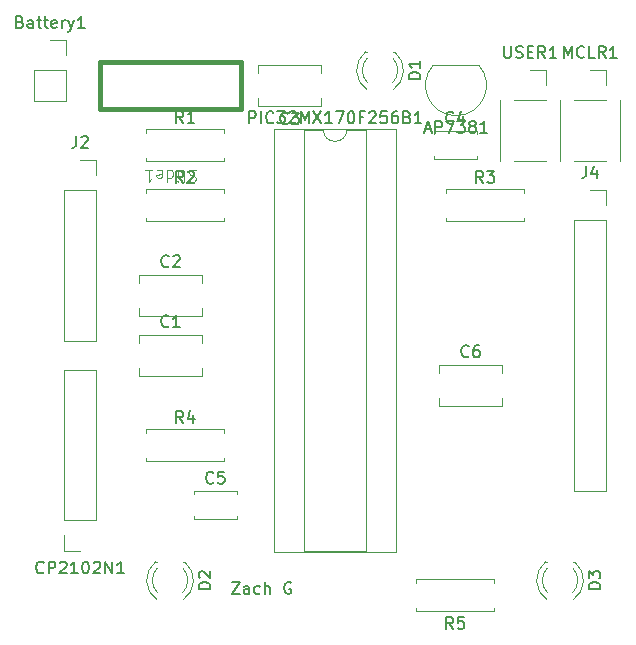
<source format=gbr>
%TF.GenerationSoftware,KiCad,Pcbnew,7.0.1*%
%TF.CreationDate,2023-04-18T12:26:55-05:00*%
%TF.ProjectId,HW4_PCB,4857345f-5043-4422-9e6b-696361645f70,rev?*%
%TF.SameCoordinates,Original*%
%TF.FileFunction,Legend,Top*%
%TF.FilePolarity,Positive*%
%FSLAX46Y46*%
G04 Gerber Fmt 4.6, Leading zero omitted, Abs format (unit mm)*
G04 Created by KiCad (PCBNEW 7.0.1) date 2023-04-18 12:26:55*
%MOMM*%
%LPD*%
G01*
G04 APERTURE LIST*
%ADD10C,0.150000*%
%ADD11C,0.100000*%
%ADD12C,0.120000*%
%ADD13C,0.400000*%
G04 APERTURE END LIST*
D10*
X116982857Y-146197619D02*
X117649523Y-146197619D01*
X117649523Y-146197619D02*
X116982857Y-147197619D01*
X116982857Y-147197619D02*
X117649523Y-147197619D01*
X118459047Y-147197619D02*
X118459047Y-146673809D01*
X118459047Y-146673809D02*
X118411428Y-146578571D01*
X118411428Y-146578571D02*
X118316190Y-146530952D01*
X118316190Y-146530952D02*
X118125714Y-146530952D01*
X118125714Y-146530952D02*
X118030476Y-146578571D01*
X118459047Y-147150000D02*
X118363809Y-147197619D01*
X118363809Y-147197619D02*
X118125714Y-147197619D01*
X118125714Y-147197619D02*
X118030476Y-147150000D01*
X118030476Y-147150000D02*
X117982857Y-147054761D01*
X117982857Y-147054761D02*
X117982857Y-146959523D01*
X117982857Y-146959523D02*
X118030476Y-146864285D01*
X118030476Y-146864285D02*
X118125714Y-146816666D01*
X118125714Y-146816666D02*
X118363809Y-146816666D01*
X118363809Y-146816666D02*
X118459047Y-146769047D01*
X119363809Y-147150000D02*
X119268571Y-147197619D01*
X119268571Y-147197619D02*
X119078095Y-147197619D01*
X119078095Y-147197619D02*
X118982857Y-147150000D01*
X118982857Y-147150000D02*
X118935238Y-147102380D01*
X118935238Y-147102380D02*
X118887619Y-147007142D01*
X118887619Y-147007142D02*
X118887619Y-146721428D01*
X118887619Y-146721428D02*
X118935238Y-146626190D01*
X118935238Y-146626190D02*
X118982857Y-146578571D01*
X118982857Y-146578571D02*
X119078095Y-146530952D01*
X119078095Y-146530952D02*
X119268571Y-146530952D01*
X119268571Y-146530952D02*
X119363809Y-146578571D01*
X119792381Y-147197619D02*
X119792381Y-146197619D01*
X120220952Y-147197619D02*
X120220952Y-146673809D01*
X120220952Y-146673809D02*
X120173333Y-146578571D01*
X120173333Y-146578571D02*
X120078095Y-146530952D01*
X120078095Y-146530952D02*
X119935238Y-146530952D01*
X119935238Y-146530952D02*
X119840000Y-146578571D01*
X119840000Y-146578571D02*
X119792381Y-146626190D01*
X121982857Y-146245238D02*
X121887619Y-146197619D01*
X121887619Y-146197619D02*
X121744762Y-146197619D01*
X121744762Y-146197619D02*
X121601905Y-146245238D01*
X121601905Y-146245238D02*
X121506667Y-146340476D01*
X121506667Y-146340476D02*
X121459048Y-146435714D01*
X121459048Y-146435714D02*
X121411429Y-146626190D01*
X121411429Y-146626190D02*
X121411429Y-146769047D01*
X121411429Y-146769047D02*
X121459048Y-146959523D01*
X121459048Y-146959523D02*
X121506667Y-147054761D01*
X121506667Y-147054761D02*
X121601905Y-147150000D01*
X121601905Y-147150000D02*
X121744762Y-147197619D01*
X121744762Y-147197619D02*
X121840000Y-147197619D01*
X121840000Y-147197619D02*
X121982857Y-147150000D01*
X121982857Y-147150000D02*
X122030476Y-147102380D01*
X122030476Y-147102380D02*
X122030476Y-146769047D01*
X122030476Y-146769047D02*
X121840000Y-146769047D01*
%TO.C,R4*%
X112863333Y-132712619D02*
X112530000Y-132236428D01*
X112291905Y-132712619D02*
X112291905Y-131712619D01*
X112291905Y-131712619D02*
X112672857Y-131712619D01*
X112672857Y-131712619D02*
X112768095Y-131760238D01*
X112768095Y-131760238D02*
X112815714Y-131807857D01*
X112815714Y-131807857D02*
X112863333Y-131903095D01*
X112863333Y-131903095D02*
X112863333Y-132045952D01*
X112863333Y-132045952D02*
X112815714Y-132141190D01*
X112815714Y-132141190D02*
X112768095Y-132188809D01*
X112768095Y-132188809D02*
X112672857Y-132236428D01*
X112672857Y-132236428D02*
X112291905Y-132236428D01*
X113720476Y-132045952D02*
X113720476Y-132712619D01*
X113482381Y-131665000D02*
X113244286Y-132379285D01*
X113244286Y-132379285D02*
X113863333Y-132379285D01*
%TO.C,R5*%
X135723333Y-150152619D02*
X135390000Y-149676428D01*
X135151905Y-150152619D02*
X135151905Y-149152619D01*
X135151905Y-149152619D02*
X135532857Y-149152619D01*
X135532857Y-149152619D02*
X135628095Y-149200238D01*
X135628095Y-149200238D02*
X135675714Y-149247857D01*
X135675714Y-149247857D02*
X135723333Y-149343095D01*
X135723333Y-149343095D02*
X135723333Y-149485952D01*
X135723333Y-149485952D02*
X135675714Y-149581190D01*
X135675714Y-149581190D02*
X135628095Y-149628809D01*
X135628095Y-149628809D02*
X135532857Y-149676428D01*
X135532857Y-149676428D02*
X135151905Y-149676428D01*
X136628095Y-149152619D02*
X136151905Y-149152619D01*
X136151905Y-149152619D02*
X136104286Y-149628809D01*
X136104286Y-149628809D02*
X136151905Y-149581190D01*
X136151905Y-149581190D02*
X136247143Y-149533571D01*
X136247143Y-149533571D02*
X136485238Y-149533571D01*
X136485238Y-149533571D02*
X136580476Y-149581190D01*
X136580476Y-149581190D02*
X136628095Y-149628809D01*
X136628095Y-149628809D02*
X136675714Y-149724047D01*
X136675714Y-149724047D02*
X136675714Y-149962142D01*
X136675714Y-149962142D02*
X136628095Y-150057380D01*
X136628095Y-150057380D02*
X136580476Y-150105000D01*
X136580476Y-150105000D02*
X136485238Y-150152619D01*
X136485238Y-150152619D02*
X136247143Y-150152619D01*
X136247143Y-150152619D02*
X136151905Y-150105000D01*
X136151905Y-150105000D02*
X136104286Y-150057380D01*
%TO.C,C2*%
X111633333Y-119437380D02*
X111585714Y-119485000D01*
X111585714Y-119485000D02*
X111442857Y-119532619D01*
X111442857Y-119532619D02*
X111347619Y-119532619D01*
X111347619Y-119532619D02*
X111204762Y-119485000D01*
X111204762Y-119485000D02*
X111109524Y-119389761D01*
X111109524Y-119389761D02*
X111061905Y-119294523D01*
X111061905Y-119294523D02*
X111014286Y-119104047D01*
X111014286Y-119104047D02*
X111014286Y-118961190D01*
X111014286Y-118961190D02*
X111061905Y-118770714D01*
X111061905Y-118770714D02*
X111109524Y-118675476D01*
X111109524Y-118675476D02*
X111204762Y-118580238D01*
X111204762Y-118580238D02*
X111347619Y-118532619D01*
X111347619Y-118532619D02*
X111442857Y-118532619D01*
X111442857Y-118532619D02*
X111585714Y-118580238D01*
X111585714Y-118580238D02*
X111633333Y-118627857D01*
X112014286Y-118627857D02*
X112061905Y-118580238D01*
X112061905Y-118580238D02*
X112157143Y-118532619D01*
X112157143Y-118532619D02*
X112395238Y-118532619D01*
X112395238Y-118532619D02*
X112490476Y-118580238D01*
X112490476Y-118580238D02*
X112538095Y-118627857D01*
X112538095Y-118627857D02*
X112585714Y-118723095D01*
X112585714Y-118723095D02*
X112585714Y-118818333D01*
X112585714Y-118818333D02*
X112538095Y-118961190D01*
X112538095Y-118961190D02*
X111966667Y-119532619D01*
X111966667Y-119532619D02*
X112585714Y-119532619D01*
%TO.C,J4*%
X146986666Y-110992619D02*
X146986666Y-111706904D01*
X146986666Y-111706904D02*
X146939047Y-111849761D01*
X146939047Y-111849761D02*
X146843809Y-111945000D01*
X146843809Y-111945000D02*
X146700952Y-111992619D01*
X146700952Y-111992619D02*
X146605714Y-111992619D01*
X147891428Y-111325952D02*
X147891428Y-111992619D01*
X147653333Y-110945000D02*
X147415238Y-111659285D01*
X147415238Y-111659285D02*
X148034285Y-111659285D01*
%TO.C,MCLR1*%
X145105714Y-101832619D02*
X145105714Y-100832619D01*
X145105714Y-100832619D02*
X145439047Y-101546904D01*
X145439047Y-101546904D02*
X145772380Y-100832619D01*
X145772380Y-100832619D02*
X145772380Y-101832619D01*
X146819999Y-101737380D02*
X146772380Y-101785000D01*
X146772380Y-101785000D02*
X146629523Y-101832619D01*
X146629523Y-101832619D02*
X146534285Y-101832619D01*
X146534285Y-101832619D02*
X146391428Y-101785000D01*
X146391428Y-101785000D02*
X146296190Y-101689761D01*
X146296190Y-101689761D02*
X146248571Y-101594523D01*
X146248571Y-101594523D02*
X146200952Y-101404047D01*
X146200952Y-101404047D02*
X146200952Y-101261190D01*
X146200952Y-101261190D02*
X146248571Y-101070714D01*
X146248571Y-101070714D02*
X146296190Y-100975476D01*
X146296190Y-100975476D02*
X146391428Y-100880238D01*
X146391428Y-100880238D02*
X146534285Y-100832619D01*
X146534285Y-100832619D02*
X146629523Y-100832619D01*
X146629523Y-100832619D02*
X146772380Y-100880238D01*
X146772380Y-100880238D02*
X146819999Y-100927857D01*
X147724761Y-101832619D02*
X147248571Y-101832619D01*
X147248571Y-101832619D02*
X147248571Y-100832619D01*
X148629523Y-101832619D02*
X148296190Y-101356428D01*
X148058095Y-101832619D02*
X148058095Y-100832619D01*
X148058095Y-100832619D02*
X148439047Y-100832619D01*
X148439047Y-100832619D02*
X148534285Y-100880238D01*
X148534285Y-100880238D02*
X148581904Y-100927857D01*
X148581904Y-100927857D02*
X148629523Y-101023095D01*
X148629523Y-101023095D02*
X148629523Y-101165952D01*
X148629523Y-101165952D02*
X148581904Y-101261190D01*
X148581904Y-101261190D02*
X148534285Y-101308809D01*
X148534285Y-101308809D02*
X148439047Y-101356428D01*
X148439047Y-101356428D02*
X148058095Y-101356428D01*
X149581904Y-101832619D02*
X149010476Y-101832619D01*
X149296190Y-101832619D02*
X149296190Y-100832619D01*
X149296190Y-100832619D02*
X149200952Y-100975476D01*
X149200952Y-100975476D02*
X149105714Y-101070714D01*
X149105714Y-101070714D02*
X149010476Y-101118333D01*
%TO.C,R3*%
X138263333Y-112392619D02*
X137930000Y-111916428D01*
X137691905Y-112392619D02*
X137691905Y-111392619D01*
X137691905Y-111392619D02*
X138072857Y-111392619D01*
X138072857Y-111392619D02*
X138168095Y-111440238D01*
X138168095Y-111440238D02*
X138215714Y-111487857D01*
X138215714Y-111487857D02*
X138263333Y-111583095D01*
X138263333Y-111583095D02*
X138263333Y-111725952D01*
X138263333Y-111725952D02*
X138215714Y-111821190D01*
X138215714Y-111821190D02*
X138168095Y-111868809D01*
X138168095Y-111868809D02*
X138072857Y-111916428D01*
X138072857Y-111916428D02*
X137691905Y-111916428D01*
X138596667Y-111392619D02*
X139215714Y-111392619D01*
X139215714Y-111392619D02*
X138882381Y-111773571D01*
X138882381Y-111773571D02*
X139025238Y-111773571D01*
X139025238Y-111773571D02*
X139120476Y-111821190D01*
X139120476Y-111821190D02*
X139168095Y-111868809D01*
X139168095Y-111868809D02*
X139215714Y-111964047D01*
X139215714Y-111964047D02*
X139215714Y-112202142D01*
X139215714Y-112202142D02*
X139168095Y-112297380D01*
X139168095Y-112297380D02*
X139120476Y-112345000D01*
X139120476Y-112345000D02*
X139025238Y-112392619D01*
X139025238Y-112392619D02*
X138739524Y-112392619D01*
X138739524Y-112392619D02*
X138644286Y-112345000D01*
X138644286Y-112345000D02*
X138596667Y-112297380D01*
%TO.C,C4*%
X135743333Y-107287380D02*
X135695714Y-107335000D01*
X135695714Y-107335000D02*
X135552857Y-107382619D01*
X135552857Y-107382619D02*
X135457619Y-107382619D01*
X135457619Y-107382619D02*
X135314762Y-107335000D01*
X135314762Y-107335000D02*
X135219524Y-107239761D01*
X135219524Y-107239761D02*
X135171905Y-107144523D01*
X135171905Y-107144523D02*
X135124286Y-106954047D01*
X135124286Y-106954047D02*
X135124286Y-106811190D01*
X135124286Y-106811190D02*
X135171905Y-106620714D01*
X135171905Y-106620714D02*
X135219524Y-106525476D01*
X135219524Y-106525476D02*
X135314762Y-106430238D01*
X135314762Y-106430238D02*
X135457619Y-106382619D01*
X135457619Y-106382619D02*
X135552857Y-106382619D01*
X135552857Y-106382619D02*
X135695714Y-106430238D01*
X135695714Y-106430238D02*
X135743333Y-106477857D01*
X136600476Y-106715952D02*
X136600476Y-107382619D01*
X136362381Y-106335000D02*
X136124286Y-107049285D01*
X136124286Y-107049285D02*
X136743333Y-107049285D01*
%TO.C,D2*%
X115182619Y-146788094D02*
X114182619Y-146788094D01*
X114182619Y-146788094D02*
X114182619Y-146549999D01*
X114182619Y-146549999D02*
X114230238Y-146407142D01*
X114230238Y-146407142D02*
X114325476Y-146311904D01*
X114325476Y-146311904D02*
X114420714Y-146264285D01*
X114420714Y-146264285D02*
X114611190Y-146216666D01*
X114611190Y-146216666D02*
X114754047Y-146216666D01*
X114754047Y-146216666D02*
X114944523Y-146264285D01*
X114944523Y-146264285D02*
X115039761Y-146311904D01*
X115039761Y-146311904D02*
X115135000Y-146407142D01*
X115135000Y-146407142D02*
X115182619Y-146549999D01*
X115182619Y-146549999D02*
X115182619Y-146788094D01*
X114277857Y-145835713D02*
X114230238Y-145788094D01*
X114230238Y-145788094D02*
X114182619Y-145692856D01*
X114182619Y-145692856D02*
X114182619Y-145454761D01*
X114182619Y-145454761D02*
X114230238Y-145359523D01*
X114230238Y-145359523D02*
X114277857Y-145311904D01*
X114277857Y-145311904D02*
X114373095Y-145264285D01*
X114373095Y-145264285D02*
X114468333Y-145264285D01*
X114468333Y-145264285D02*
X114611190Y-145311904D01*
X114611190Y-145311904D02*
X115182619Y-145883332D01*
X115182619Y-145883332D02*
X115182619Y-145264285D01*
%TO.C,C6*%
X137033333Y-127057380D02*
X136985714Y-127105000D01*
X136985714Y-127105000D02*
X136842857Y-127152619D01*
X136842857Y-127152619D02*
X136747619Y-127152619D01*
X136747619Y-127152619D02*
X136604762Y-127105000D01*
X136604762Y-127105000D02*
X136509524Y-127009761D01*
X136509524Y-127009761D02*
X136461905Y-126914523D01*
X136461905Y-126914523D02*
X136414286Y-126724047D01*
X136414286Y-126724047D02*
X136414286Y-126581190D01*
X136414286Y-126581190D02*
X136461905Y-126390714D01*
X136461905Y-126390714D02*
X136509524Y-126295476D01*
X136509524Y-126295476D02*
X136604762Y-126200238D01*
X136604762Y-126200238D02*
X136747619Y-126152619D01*
X136747619Y-126152619D02*
X136842857Y-126152619D01*
X136842857Y-126152619D02*
X136985714Y-126200238D01*
X136985714Y-126200238D02*
X137033333Y-126247857D01*
X137890476Y-126152619D02*
X137700000Y-126152619D01*
X137700000Y-126152619D02*
X137604762Y-126200238D01*
X137604762Y-126200238D02*
X137557143Y-126247857D01*
X137557143Y-126247857D02*
X137461905Y-126390714D01*
X137461905Y-126390714D02*
X137414286Y-126581190D01*
X137414286Y-126581190D02*
X137414286Y-126962142D01*
X137414286Y-126962142D02*
X137461905Y-127057380D01*
X137461905Y-127057380D02*
X137509524Y-127105000D01*
X137509524Y-127105000D02*
X137604762Y-127152619D01*
X137604762Y-127152619D02*
X137795238Y-127152619D01*
X137795238Y-127152619D02*
X137890476Y-127105000D01*
X137890476Y-127105000D02*
X137938095Y-127057380D01*
X137938095Y-127057380D02*
X137985714Y-126962142D01*
X137985714Y-126962142D02*
X137985714Y-126724047D01*
X137985714Y-126724047D02*
X137938095Y-126628809D01*
X137938095Y-126628809D02*
X137890476Y-126581190D01*
X137890476Y-126581190D02*
X137795238Y-126533571D01*
X137795238Y-126533571D02*
X137604762Y-126533571D01*
X137604762Y-126533571D02*
X137509524Y-126581190D01*
X137509524Y-126581190D02*
X137461905Y-126628809D01*
X137461905Y-126628809D02*
X137414286Y-126724047D01*
%TO.C,PIC32MX170F256B1*%
X118468095Y-107352619D02*
X118468095Y-106352619D01*
X118468095Y-106352619D02*
X118849047Y-106352619D01*
X118849047Y-106352619D02*
X118944285Y-106400238D01*
X118944285Y-106400238D02*
X118991904Y-106447857D01*
X118991904Y-106447857D02*
X119039523Y-106543095D01*
X119039523Y-106543095D02*
X119039523Y-106685952D01*
X119039523Y-106685952D02*
X118991904Y-106781190D01*
X118991904Y-106781190D02*
X118944285Y-106828809D01*
X118944285Y-106828809D02*
X118849047Y-106876428D01*
X118849047Y-106876428D02*
X118468095Y-106876428D01*
X119468095Y-107352619D02*
X119468095Y-106352619D01*
X120515713Y-107257380D02*
X120468094Y-107305000D01*
X120468094Y-107305000D02*
X120325237Y-107352619D01*
X120325237Y-107352619D02*
X120229999Y-107352619D01*
X120229999Y-107352619D02*
X120087142Y-107305000D01*
X120087142Y-107305000D02*
X119991904Y-107209761D01*
X119991904Y-107209761D02*
X119944285Y-107114523D01*
X119944285Y-107114523D02*
X119896666Y-106924047D01*
X119896666Y-106924047D02*
X119896666Y-106781190D01*
X119896666Y-106781190D02*
X119944285Y-106590714D01*
X119944285Y-106590714D02*
X119991904Y-106495476D01*
X119991904Y-106495476D02*
X120087142Y-106400238D01*
X120087142Y-106400238D02*
X120229999Y-106352619D01*
X120229999Y-106352619D02*
X120325237Y-106352619D01*
X120325237Y-106352619D02*
X120468094Y-106400238D01*
X120468094Y-106400238D02*
X120515713Y-106447857D01*
X120849047Y-106352619D02*
X121468094Y-106352619D01*
X121468094Y-106352619D02*
X121134761Y-106733571D01*
X121134761Y-106733571D02*
X121277618Y-106733571D01*
X121277618Y-106733571D02*
X121372856Y-106781190D01*
X121372856Y-106781190D02*
X121420475Y-106828809D01*
X121420475Y-106828809D02*
X121468094Y-106924047D01*
X121468094Y-106924047D02*
X121468094Y-107162142D01*
X121468094Y-107162142D02*
X121420475Y-107257380D01*
X121420475Y-107257380D02*
X121372856Y-107305000D01*
X121372856Y-107305000D02*
X121277618Y-107352619D01*
X121277618Y-107352619D02*
X120991904Y-107352619D01*
X120991904Y-107352619D02*
X120896666Y-107305000D01*
X120896666Y-107305000D02*
X120849047Y-107257380D01*
X121849047Y-106447857D02*
X121896666Y-106400238D01*
X121896666Y-106400238D02*
X121991904Y-106352619D01*
X121991904Y-106352619D02*
X122229999Y-106352619D01*
X122229999Y-106352619D02*
X122325237Y-106400238D01*
X122325237Y-106400238D02*
X122372856Y-106447857D01*
X122372856Y-106447857D02*
X122420475Y-106543095D01*
X122420475Y-106543095D02*
X122420475Y-106638333D01*
X122420475Y-106638333D02*
X122372856Y-106781190D01*
X122372856Y-106781190D02*
X121801428Y-107352619D01*
X121801428Y-107352619D02*
X122420475Y-107352619D01*
X122849047Y-107352619D02*
X122849047Y-106352619D01*
X122849047Y-106352619D02*
X123182380Y-107066904D01*
X123182380Y-107066904D02*
X123515713Y-106352619D01*
X123515713Y-106352619D02*
X123515713Y-107352619D01*
X123896666Y-106352619D02*
X124563332Y-107352619D01*
X124563332Y-106352619D02*
X123896666Y-107352619D01*
X125468094Y-107352619D02*
X124896666Y-107352619D01*
X125182380Y-107352619D02*
X125182380Y-106352619D01*
X125182380Y-106352619D02*
X125087142Y-106495476D01*
X125087142Y-106495476D02*
X124991904Y-106590714D01*
X124991904Y-106590714D02*
X124896666Y-106638333D01*
X125801428Y-106352619D02*
X126468094Y-106352619D01*
X126468094Y-106352619D02*
X126039523Y-107352619D01*
X127039523Y-106352619D02*
X127134761Y-106352619D01*
X127134761Y-106352619D02*
X127229999Y-106400238D01*
X127229999Y-106400238D02*
X127277618Y-106447857D01*
X127277618Y-106447857D02*
X127325237Y-106543095D01*
X127325237Y-106543095D02*
X127372856Y-106733571D01*
X127372856Y-106733571D02*
X127372856Y-106971666D01*
X127372856Y-106971666D02*
X127325237Y-107162142D01*
X127325237Y-107162142D02*
X127277618Y-107257380D01*
X127277618Y-107257380D02*
X127229999Y-107305000D01*
X127229999Y-107305000D02*
X127134761Y-107352619D01*
X127134761Y-107352619D02*
X127039523Y-107352619D01*
X127039523Y-107352619D02*
X126944285Y-107305000D01*
X126944285Y-107305000D02*
X126896666Y-107257380D01*
X126896666Y-107257380D02*
X126849047Y-107162142D01*
X126849047Y-107162142D02*
X126801428Y-106971666D01*
X126801428Y-106971666D02*
X126801428Y-106733571D01*
X126801428Y-106733571D02*
X126849047Y-106543095D01*
X126849047Y-106543095D02*
X126896666Y-106447857D01*
X126896666Y-106447857D02*
X126944285Y-106400238D01*
X126944285Y-106400238D02*
X127039523Y-106352619D01*
X128134761Y-106828809D02*
X127801428Y-106828809D01*
X127801428Y-107352619D02*
X127801428Y-106352619D01*
X127801428Y-106352619D02*
X128277618Y-106352619D01*
X128610952Y-106447857D02*
X128658571Y-106400238D01*
X128658571Y-106400238D02*
X128753809Y-106352619D01*
X128753809Y-106352619D02*
X128991904Y-106352619D01*
X128991904Y-106352619D02*
X129087142Y-106400238D01*
X129087142Y-106400238D02*
X129134761Y-106447857D01*
X129134761Y-106447857D02*
X129182380Y-106543095D01*
X129182380Y-106543095D02*
X129182380Y-106638333D01*
X129182380Y-106638333D02*
X129134761Y-106781190D01*
X129134761Y-106781190D02*
X128563333Y-107352619D01*
X128563333Y-107352619D02*
X129182380Y-107352619D01*
X130087142Y-106352619D02*
X129610952Y-106352619D01*
X129610952Y-106352619D02*
X129563333Y-106828809D01*
X129563333Y-106828809D02*
X129610952Y-106781190D01*
X129610952Y-106781190D02*
X129706190Y-106733571D01*
X129706190Y-106733571D02*
X129944285Y-106733571D01*
X129944285Y-106733571D02*
X130039523Y-106781190D01*
X130039523Y-106781190D02*
X130087142Y-106828809D01*
X130087142Y-106828809D02*
X130134761Y-106924047D01*
X130134761Y-106924047D02*
X130134761Y-107162142D01*
X130134761Y-107162142D02*
X130087142Y-107257380D01*
X130087142Y-107257380D02*
X130039523Y-107305000D01*
X130039523Y-107305000D02*
X129944285Y-107352619D01*
X129944285Y-107352619D02*
X129706190Y-107352619D01*
X129706190Y-107352619D02*
X129610952Y-107305000D01*
X129610952Y-107305000D02*
X129563333Y-107257380D01*
X130991904Y-106352619D02*
X130801428Y-106352619D01*
X130801428Y-106352619D02*
X130706190Y-106400238D01*
X130706190Y-106400238D02*
X130658571Y-106447857D01*
X130658571Y-106447857D02*
X130563333Y-106590714D01*
X130563333Y-106590714D02*
X130515714Y-106781190D01*
X130515714Y-106781190D02*
X130515714Y-107162142D01*
X130515714Y-107162142D02*
X130563333Y-107257380D01*
X130563333Y-107257380D02*
X130610952Y-107305000D01*
X130610952Y-107305000D02*
X130706190Y-107352619D01*
X130706190Y-107352619D02*
X130896666Y-107352619D01*
X130896666Y-107352619D02*
X130991904Y-107305000D01*
X130991904Y-107305000D02*
X131039523Y-107257380D01*
X131039523Y-107257380D02*
X131087142Y-107162142D01*
X131087142Y-107162142D02*
X131087142Y-106924047D01*
X131087142Y-106924047D02*
X131039523Y-106828809D01*
X131039523Y-106828809D02*
X130991904Y-106781190D01*
X130991904Y-106781190D02*
X130896666Y-106733571D01*
X130896666Y-106733571D02*
X130706190Y-106733571D01*
X130706190Y-106733571D02*
X130610952Y-106781190D01*
X130610952Y-106781190D02*
X130563333Y-106828809D01*
X130563333Y-106828809D02*
X130515714Y-106924047D01*
X131849047Y-106828809D02*
X131991904Y-106876428D01*
X131991904Y-106876428D02*
X132039523Y-106924047D01*
X132039523Y-106924047D02*
X132087142Y-107019285D01*
X132087142Y-107019285D02*
X132087142Y-107162142D01*
X132087142Y-107162142D02*
X132039523Y-107257380D01*
X132039523Y-107257380D02*
X131991904Y-107305000D01*
X131991904Y-107305000D02*
X131896666Y-107352619D01*
X131896666Y-107352619D02*
X131515714Y-107352619D01*
X131515714Y-107352619D02*
X131515714Y-106352619D01*
X131515714Y-106352619D02*
X131849047Y-106352619D01*
X131849047Y-106352619D02*
X131944285Y-106400238D01*
X131944285Y-106400238D02*
X131991904Y-106447857D01*
X131991904Y-106447857D02*
X132039523Y-106543095D01*
X132039523Y-106543095D02*
X132039523Y-106638333D01*
X132039523Y-106638333D02*
X131991904Y-106733571D01*
X131991904Y-106733571D02*
X131944285Y-106781190D01*
X131944285Y-106781190D02*
X131849047Y-106828809D01*
X131849047Y-106828809D02*
X131515714Y-106828809D01*
X133039523Y-107352619D02*
X132468095Y-107352619D01*
X132753809Y-107352619D02*
X132753809Y-106352619D01*
X132753809Y-106352619D02*
X132658571Y-106495476D01*
X132658571Y-106495476D02*
X132563333Y-106590714D01*
X132563333Y-106590714D02*
X132468095Y-106638333D01*
%TO.C,R1*%
X112863333Y-107312619D02*
X112530000Y-106836428D01*
X112291905Y-107312619D02*
X112291905Y-106312619D01*
X112291905Y-106312619D02*
X112672857Y-106312619D01*
X112672857Y-106312619D02*
X112768095Y-106360238D01*
X112768095Y-106360238D02*
X112815714Y-106407857D01*
X112815714Y-106407857D02*
X112863333Y-106503095D01*
X112863333Y-106503095D02*
X112863333Y-106645952D01*
X112863333Y-106645952D02*
X112815714Y-106741190D01*
X112815714Y-106741190D02*
X112768095Y-106788809D01*
X112768095Y-106788809D02*
X112672857Y-106836428D01*
X112672857Y-106836428D02*
X112291905Y-106836428D01*
X113815714Y-107312619D02*
X113244286Y-107312619D01*
X113530000Y-107312619D02*
X113530000Y-106312619D01*
X113530000Y-106312619D02*
X113434762Y-106455476D01*
X113434762Y-106455476D02*
X113339524Y-106550714D01*
X113339524Y-106550714D02*
X113244286Y-106598333D01*
%TO.C,CP2102N1*%
X101044761Y-145377380D02*
X100997142Y-145425000D01*
X100997142Y-145425000D02*
X100854285Y-145472619D01*
X100854285Y-145472619D02*
X100759047Y-145472619D01*
X100759047Y-145472619D02*
X100616190Y-145425000D01*
X100616190Y-145425000D02*
X100520952Y-145329761D01*
X100520952Y-145329761D02*
X100473333Y-145234523D01*
X100473333Y-145234523D02*
X100425714Y-145044047D01*
X100425714Y-145044047D02*
X100425714Y-144901190D01*
X100425714Y-144901190D02*
X100473333Y-144710714D01*
X100473333Y-144710714D02*
X100520952Y-144615476D01*
X100520952Y-144615476D02*
X100616190Y-144520238D01*
X100616190Y-144520238D02*
X100759047Y-144472619D01*
X100759047Y-144472619D02*
X100854285Y-144472619D01*
X100854285Y-144472619D02*
X100997142Y-144520238D01*
X100997142Y-144520238D02*
X101044761Y-144567857D01*
X101473333Y-145472619D02*
X101473333Y-144472619D01*
X101473333Y-144472619D02*
X101854285Y-144472619D01*
X101854285Y-144472619D02*
X101949523Y-144520238D01*
X101949523Y-144520238D02*
X101997142Y-144567857D01*
X101997142Y-144567857D02*
X102044761Y-144663095D01*
X102044761Y-144663095D02*
X102044761Y-144805952D01*
X102044761Y-144805952D02*
X101997142Y-144901190D01*
X101997142Y-144901190D02*
X101949523Y-144948809D01*
X101949523Y-144948809D02*
X101854285Y-144996428D01*
X101854285Y-144996428D02*
X101473333Y-144996428D01*
X102425714Y-144567857D02*
X102473333Y-144520238D01*
X102473333Y-144520238D02*
X102568571Y-144472619D01*
X102568571Y-144472619D02*
X102806666Y-144472619D01*
X102806666Y-144472619D02*
X102901904Y-144520238D01*
X102901904Y-144520238D02*
X102949523Y-144567857D01*
X102949523Y-144567857D02*
X102997142Y-144663095D01*
X102997142Y-144663095D02*
X102997142Y-144758333D01*
X102997142Y-144758333D02*
X102949523Y-144901190D01*
X102949523Y-144901190D02*
X102378095Y-145472619D01*
X102378095Y-145472619D02*
X102997142Y-145472619D01*
X103949523Y-145472619D02*
X103378095Y-145472619D01*
X103663809Y-145472619D02*
X103663809Y-144472619D01*
X103663809Y-144472619D02*
X103568571Y-144615476D01*
X103568571Y-144615476D02*
X103473333Y-144710714D01*
X103473333Y-144710714D02*
X103378095Y-144758333D01*
X104568571Y-144472619D02*
X104663809Y-144472619D01*
X104663809Y-144472619D02*
X104759047Y-144520238D01*
X104759047Y-144520238D02*
X104806666Y-144567857D01*
X104806666Y-144567857D02*
X104854285Y-144663095D01*
X104854285Y-144663095D02*
X104901904Y-144853571D01*
X104901904Y-144853571D02*
X104901904Y-145091666D01*
X104901904Y-145091666D02*
X104854285Y-145282142D01*
X104854285Y-145282142D02*
X104806666Y-145377380D01*
X104806666Y-145377380D02*
X104759047Y-145425000D01*
X104759047Y-145425000D02*
X104663809Y-145472619D01*
X104663809Y-145472619D02*
X104568571Y-145472619D01*
X104568571Y-145472619D02*
X104473333Y-145425000D01*
X104473333Y-145425000D02*
X104425714Y-145377380D01*
X104425714Y-145377380D02*
X104378095Y-145282142D01*
X104378095Y-145282142D02*
X104330476Y-145091666D01*
X104330476Y-145091666D02*
X104330476Y-144853571D01*
X104330476Y-144853571D02*
X104378095Y-144663095D01*
X104378095Y-144663095D02*
X104425714Y-144567857D01*
X104425714Y-144567857D02*
X104473333Y-144520238D01*
X104473333Y-144520238D02*
X104568571Y-144472619D01*
X105282857Y-144567857D02*
X105330476Y-144520238D01*
X105330476Y-144520238D02*
X105425714Y-144472619D01*
X105425714Y-144472619D02*
X105663809Y-144472619D01*
X105663809Y-144472619D02*
X105759047Y-144520238D01*
X105759047Y-144520238D02*
X105806666Y-144567857D01*
X105806666Y-144567857D02*
X105854285Y-144663095D01*
X105854285Y-144663095D02*
X105854285Y-144758333D01*
X105854285Y-144758333D02*
X105806666Y-144901190D01*
X105806666Y-144901190D02*
X105235238Y-145472619D01*
X105235238Y-145472619D02*
X105854285Y-145472619D01*
X106282857Y-145472619D02*
X106282857Y-144472619D01*
X106282857Y-144472619D02*
X106854285Y-145472619D01*
X106854285Y-145472619D02*
X106854285Y-144472619D01*
X107854285Y-145472619D02*
X107282857Y-145472619D01*
X107568571Y-145472619D02*
X107568571Y-144472619D01*
X107568571Y-144472619D02*
X107473333Y-144615476D01*
X107473333Y-144615476D02*
X107378095Y-144710714D01*
X107378095Y-144710714D02*
X107282857Y-144758333D01*
%TO.C,J2*%
X103806666Y-108452619D02*
X103806666Y-109166904D01*
X103806666Y-109166904D02*
X103759047Y-109309761D01*
X103759047Y-109309761D02*
X103663809Y-109405000D01*
X103663809Y-109405000D02*
X103520952Y-109452619D01*
X103520952Y-109452619D02*
X103425714Y-109452619D01*
X104235238Y-108547857D02*
X104282857Y-108500238D01*
X104282857Y-108500238D02*
X104378095Y-108452619D01*
X104378095Y-108452619D02*
X104616190Y-108452619D01*
X104616190Y-108452619D02*
X104711428Y-108500238D01*
X104711428Y-108500238D02*
X104759047Y-108547857D01*
X104759047Y-108547857D02*
X104806666Y-108643095D01*
X104806666Y-108643095D02*
X104806666Y-108738333D01*
X104806666Y-108738333D02*
X104759047Y-108881190D01*
X104759047Y-108881190D02*
X104187619Y-109452619D01*
X104187619Y-109452619D02*
X104806666Y-109452619D01*
%TO.C,R2*%
X112863333Y-112392619D02*
X112530000Y-111916428D01*
X112291905Y-112392619D02*
X112291905Y-111392619D01*
X112291905Y-111392619D02*
X112672857Y-111392619D01*
X112672857Y-111392619D02*
X112768095Y-111440238D01*
X112768095Y-111440238D02*
X112815714Y-111487857D01*
X112815714Y-111487857D02*
X112863333Y-111583095D01*
X112863333Y-111583095D02*
X112863333Y-111725952D01*
X112863333Y-111725952D02*
X112815714Y-111821190D01*
X112815714Y-111821190D02*
X112768095Y-111868809D01*
X112768095Y-111868809D02*
X112672857Y-111916428D01*
X112672857Y-111916428D02*
X112291905Y-111916428D01*
X113244286Y-111487857D02*
X113291905Y-111440238D01*
X113291905Y-111440238D02*
X113387143Y-111392619D01*
X113387143Y-111392619D02*
X113625238Y-111392619D01*
X113625238Y-111392619D02*
X113720476Y-111440238D01*
X113720476Y-111440238D02*
X113768095Y-111487857D01*
X113768095Y-111487857D02*
X113815714Y-111583095D01*
X113815714Y-111583095D02*
X113815714Y-111678333D01*
X113815714Y-111678333D02*
X113768095Y-111821190D01*
X113768095Y-111821190D02*
X113196667Y-112392619D01*
X113196667Y-112392619D02*
X113815714Y-112392619D01*
%TO.C,C5*%
X115423333Y-137767380D02*
X115375714Y-137815000D01*
X115375714Y-137815000D02*
X115232857Y-137862619D01*
X115232857Y-137862619D02*
X115137619Y-137862619D01*
X115137619Y-137862619D02*
X114994762Y-137815000D01*
X114994762Y-137815000D02*
X114899524Y-137719761D01*
X114899524Y-137719761D02*
X114851905Y-137624523D01*
X114851905Y-137624523D02*
X114804286Y-137434047D01*
X114804286Y-137434047D02*
X114804286Y-137291190D01*
X114804286Y-137291190D02*
X114851905Y-137100714D01*
X114851905Y-137100714D02*
X114899524Y-137005476D01*
X114899524Y-137005476D02*
X114994762Y-136910238D01*
X114994762Y-136910238D02*
X115137619Y-136862619D01*
X115137619Y-136862619D02*
X115232857Y-136862619D01*
X115232857Y-136862619D02*
X115375714Y-136910238D01*
X115375714Y-136910238D02*
X115423333Y-136957857D01*
X116328095Y-136862619D02*
X115851905Y-136862619D01*
X115851905Y-136862619D02*
X115804286Y-137338809D01*
X115804286Y-137338809D02*
X115851905Y-137291190D01*
X115851905Y-137291190D02*
X115947143Y-137243571D01*
X115947143Y-137243571D02*
X116185238Y-137243571D01*
X116185238Y-137243571D02*
X116280476Y-137291190D01*
X116280476Y-137291190D02*
X116328095Y-137338809D01*
X116328095Y-137338809D02*
X116375714Y-137434047D01*
X116375714Y-137434047D02*
X116375714Y-137672142D01*
X116375714Y-137672142D02*
X116328095Y-137767380D01*
X116328095Y-137767380D02*
X116280476Y-137815000D01*
X116280476Y-137815000D02*
X116185238Y-137862619D01*
X116185238Y-137862619D02*
X115947143Y-137862619D01*
X115947143Y-137862619D02*
X115851905Y-137815000D01*
X115851905Y-137815000D02*
X115804286Y-137767380D01*
%TO.C,C1*%
X111633333Y-124517380D02*
X111585714Y-124565000D01*
X111585714Y-124565000D02*
X111442857Y-124612619D01*
X111442857Y-124612619D02*
X111347619Y-124612619D01*
X111347619Y-124612619D02*
X111204762Y-124565000D01*
X111204762Y-124565000D02*
X111109524Y-124469761D01*
X111109524Y-124469761D02*
X111061905Y-124374523D01*
X111061905Y-124374523D02*
X111014286Y-124184047D01*
X111014286Y-124184047D02*
X111014286Y-124041190D01*
X111014286Y-124041190D02*
X111061905Y-123850714D01*
X111061905Y-123850714D02*
X111109524Y-123755476D01*
X111109524Y-123755476D02*
X111204762Y-123660238D01*
X111204762Y-123660238D02*
X111347619Y-123612619D01*
X111347619Y-123612619D02*
X111442857Y-123612619D01*
X111442857Y-123612619D02*
X111585714Y-123660238D01*
X111585714Y-123660238D02*
X111633333Y-123707857D01*
X112585714Y-124612619D02*
X112014286Y-124612619D01*
X112300000Y-124612619D02*
X112300000Y-123612619D01*
X112300000Y-123612619D02*
X112204762Y-123755476D01*
X112204762Y-123755476D02*
X112109524Y-123850714D01*
X112109524Y-123850714D02*
X112014286Y-123898333D01*
D11*
%TO.C,Slide1*%
X113942856Y-111345000D02*
X113799999Y-111297380D01*
X113799999Y-111297380D02*
X113561904Y-111297380D01*
X113561904Y-111297380D02*
X113466666Y-111345000D01*
X113466666Y-111345000D02*
X113419047Y-111392619D01*
X113419047Y-111392619D02*
X113371428Y-111487857D01*
X113371428Y-111487857D02*
X113371428Y-111583095D01*
X113371428Y-111583095D02*
X113419047Y-111678333D01*
X113419047Y-111678333D02*
X113466666Y-111725952D01*
X113466666Y-111725952D02*
X113561904Y-111773571D01*
X113561904Y-111773571D02*
X113752380Y-111821190D01*
X113752380Y-111821190D02*
X113847618Y-111868809D01*
X113847618Y-111868809D02*
X113895237Y-111916428D01*
X113895237Y-111916428D02*
X113942856Y-112011666D01*
X113942856Y-112011666D02*
X113942856Y-112106904D01*
X113942856Y-112106904D02*
X113895237Y-112202142D01*
X113895237Y-112202142D02*
X113847618Y-112249761D01*
X113847618Y-112249761D02*
X113752380Y-112297380D01*
X113752380Y-112297380D02*
X113514285Y-112297380D01*
X113514285Y-112297380D02*
X113371428Y-112249761D01*
X112799999Y-111297380D02*
X112895237Y-111345000D01*
X112895237Y-111345000D02*
X112942856Y-111440238D01*
X112942856Y-111440238D02*
X112942856Y-112297380D01*
X112419046Y-111297380D02*
X112419046Y-111964047D01*
X112419046Y-112297380D02*
X112466665Y-112249761D01*
X112466665Y-112249761D02*
X112419046Y-112202142D01*
X112419046Y-112202142D02*
X112371427Y-112249761D01*
X112371427Y-112249761D02*
X112419046Y-112297380D01*
X112419046Y-112297380D02*
X112419046Y-112202142D01*
X111514285Y-111297380D02*
X111514285Y-112297380D01*
X111514285Y-111345000D02*
X111609523Y-111297380D01*
X111609523Y-111297380D02*
X111799999Y-111297380D01*
X111799999Y-111297380D02*
X111895237Y-111345000D01*
X111895237Y-111345000D02*
X111942856Y-111392619D01*
X111942856Y-111392619D02*
X111990475Y-111487857D01*
X111990475Y-111487857D02*
X111990475Y-111773571D01*
X111990475Y-111773571D02*
X111942856Y-111868809D01*
X111942856Y-111868809D02*
X111895237Y-111916428D01*
X111895237Y-111916428D02*
X111799999Y-111964047D01*
X111799999Y-111964047D02*
X111609523Y-111964047D01*
X111609523Y-111964047D02*
X111514285Y-111916428D01*
X110657142Y-111345000D02*
X110752380Y-111297380D01*
X110752380Y-111297380D02*
X110942856Y-111297380D01*
X110942856Y-111297380D02*
X111038094Y-111345000D01*
X111038094Y-111345000D02*
X111085713Y-111440238D01*
X111085713Y-111440238D02*
X111085713Y-111821190D01*
X111085713Y-111821190D02*
X111038094Y-111916428D01*
X111038094Y-111916428D02*
X110942856Y-111964047D01*
X110942856Y-111964047D02*
X110752380Y-111964047D01*
X110752380Y-111964047D02*
X110657142Y-111916428D01*
X110657142Y-111916428D02*
X110609523Y-111821190D01*
X110609523Y-111821190D02*
X110609523Y-111725952D01*
X110609523Y-111725952D02*
X111085713Y-111630714D01*
X109657142Y-111297380D02*
X110228570Y-111297380D01*
X109942856Y-111297380D02*
X109942856Y-112297380D01*
X109942856Y-112297380D02*
X110038094Y-112154523D01*
X110038094Y-112154523D02*
X110133332Y-112059285D01*
X110133332Y-112059285D02*
X110228570Y-112011666D01*
D10*
%TO.C,AP7381*%
X133327143Y-107876904D02*
X133803333Y-107876904D01*
X133231905Y-108162619D02*
X133565238Y-107162619D01*
X133565238Y-107162619D02*
X133898571Y-108162619D01*
X134231905Y-108162619D02*
X134231905Y-107162619D01*
X134231905Y-107162619D02*
X134612857Y-107162619D01*
X134612857Y-107162619D02*
X134708095Y-107210238D01*
X134708095Y-107210238D02*
X134755714Y-107257857D01*
X134755714Y-107257857D02*
X134803333Y-107353095D01*
X134803333Y-107353095D02*
X134803333Y-107495952D01*
X134803333Y-107495952D02*
X134755714Y-107591190D01*
X134755714Y-107591190D02*
X134708095Y-107638809D01*
X134708095Y-107638809D02*
X134612857Y-107686428D01*
X134612857Y-107686428D02*
X134231905Y-107686428D01*
X135136667Y-107162619D02*
X135803333Y-107162619D01*
X135803333Y-107162619D02*
X135374762Y-108162619D01*
X136089048Y-107162619D02*
X136708095Y-107162619D01*
X136708095Y-107162619D02*
X136374762Y-107543571D01*
X136374762Y-107543571D02*
X136517619Y-107543571D01*
X136517619Y-107543571D02*
X136612857Y-107591190D01*
X136612857Y-107591190D02*
X136660476Y-107638809D01*
X136660476Y-107638809D02*
X136708095Y-107734047D01*
X136708095Y-107734047D02*
X136708095Y-107972142D01*
X136708095Y-107972142D02*
X136660476Y-108067380D01*
X136660476Y-108067380D02*
X136612857Y-108115000D01*
X136612857Y-108115000D02*
X136517619Y-108162619D01*
X136517619Y-108162619D02*
X136231905Y-108162619D01*
X136231905Y-108162619D02*
X136136667Y-108115000D01*
X136136667Y-108115000D02*
X136089048Y-108067380D01*
X137279524Y-107591190D02*
X137184286Y-107543571D01*
X137184286Y-107543571D02*
X137136667Y-107495952D01*
X137136667Y-107495952D02*
X137089048Y-107400714D01*
X137089048Y-107400714D02*
X137089048Y-107353095D01*
X137089048Y-107353095D02*
X137136667Y-107257857D01*
X137136667Y-107257857D02*
X137184286Y-107210238D01*
X137184286Y-107210238D02*
X137279524Y-107162619D01*
X137279524Y-107162619D02*
X137470000Y-107162619D01*
X137470000Y-107162619D02*
X137565238Y-107210238D01*
X137565238Y-107210238D02*
X137612857Y-107257857D01*
X137612857Y-107257857D02*
X137660476Y-107353095D01*
X137660476Y-107353095D02*
X137660476Y-107400714D01*
X137660476Y-107400714D02*
X137612857Y-107495952D01*
X137612857Y-107495952D02*
X137565238Y-107543571D01*
X137565238Y-107543571D02*
X137470000Y-107591190D01*
X137470000Y-107591190D02*
X137279524Y-107591190D01*
X137279524Y-107591190D02*
X137184286Y-107638809D01*
X137184286Y-107638809D02*
X137136667Y-107686428D01*
X137136667Y-107686428D02*
X137089048Y-107781666D01*
X137089048Y-107781666D02*
X137089048Y-107972142D01*
X137089048Y-107972142D02*
X137136667Y-108067380D01*
X137136667Y-108067380D02*
X137184286Y-108115000D01*
X137184286Y-108115000D02*
X137279524Y-108162619D01*
X137279524Y-108162619D02*
X137470000Y-108162619D01*
X137470000Y-108162619D02*
X137565238Y-108115000D01*
X137565238Y-108115000D02*
X137612857Y-108067380D01*
X137612857Y-108067380D02*
X137660476Y-107972142D01*
X137660476Y-107972142D02*
X137660476Y-107781666D01*
X137660476Y-107781666D02*
X137612857Y-107686428D01*
X137612857Y-107686428D02*
X137565238Y-107638809D01*
X137565238Y-107638809D02*
X137470000Y-107591190D01*
X138612857Y-108162619D02*
X138041429Y-108162619D01*
X138327143Y-108162619D02*
X138327143Y-107162619D01*
X138327143Y-107162619D02*
X138231905Y-107305476D01*
X138231905Y-107305476D02*
X138136667Y-107400714D01*
X138136667Y-107400714D02*
X138041429Y-107448333D01*
%TO.C,D1*%
X132962619Y-103608094D02*
X131962619Y-103608094D01*
X131962619Y-103608094D02*
X131962619Y-103369999D01*
X131962619Y-103369999D02*
X132010238Y-103227142D01*
X132010238Y-103227142D02*
X132105476Y-103131904D01*
X132105476Y-103131904D02*
X132200714Y-103084285D01*
X132200714Y-103084285D02*
X132391190Y-103036666D01*
X132391190Y-103036666D02*
X132534047Y-103036666D01*
X132534047Y-103036666D02*
X132724523Y-103084285D01*
X132724523Y-103084285D02*
X132819761Y-103131904D01*
X132819761Y-103131904D02*
X132915000Y-103227142D01*
X132915000Y-103227142D02*
X132962619Y-103369999D01*
X132962619Y-103369999D02*
X132962619Y-103608094D01*
X132962619Y-102084285D02*
X132962619Y-102655713D01*
X132962619Y-102369999D02*
X131962619Y-102369999D01*
X131962619Y-102369999D02*
X132105476Y-102465237D01*
X132105476Y-102465237D02*
X132200714Y-102560475D01*
X132200714Y-102560475D02*
X132248333Y-102655713D01*
%TO.C,USER1*%
X140049524Y-100832619D02*
X140049524Y-101642142D01*
X140049524Y-101642142D02*
X140097143Y-101737380D01*
X140097143Y-101737380D02*
X140144762Y-101785000D01*
X140144762Y-101785000D02*
X140240000Y-101832619D01*
X140240000Y-101832619D02*
X140430476Y-101832619D01*
X140430476Y-101832619D02*
X140525714Y-101785000D01*
X140525714Y-101785000D02*
X140573333Y-101737380D01*
X140573333Y-101737380D02*
X140620952Y-101642142D01*
X140620952Y-101642142D02*
X140620952Y-100832619D01*
X141049524Y-101785000D02*
X141192381Y-101832619D01*
X141192381Y-101832619D02*
X141430476Y-101832619D01*
X141430476Y-101832619D02*
X141525714Y-101785000D01*
X141525714Y-101785000D02*
X141573333Y-101737380D01*
X141573333Y-101737380D02*
X141620952Y-101642142D01*
X141620952Y-101642142D02*
X141620952Y-101546904D01*
X141620952Y-101546904D02*
X141573333Y-101451666D01*
X141573333Y-101451666D02*
X141525714Y-101404047D01*
X141525714Y-101404047D02*
X141430476Y-101356428D01*
X141430476Y-101356428D02*
X141240000Y-101308809D01*
X141240000Y-101308809D02*
X141144762Y-101261190D01*
X141144762Y-101261190D02*
X141097143Y-101213571D01*
X141097143Y-101213571D02*
X141049524Y-101118333D01*
X141049524Y-101118333D02*
X141049524Y-101023095D01*
X141049524Y-101023095D02*
X141097143Y-100927857D01*
X141097143Y-100927857D02*
X141144762Y-100880238D01*
X141144762Y-100880238D02*
X141240000Y-100832619D01*
X141240000Y-100832619D02*
X141478095Y-100832619D01*
X141478095Y-100832619D02*
X141620952Y-100880238D01*
X142049524Y-101308809D02*
X142382857Y-101308809D01*
X142525714Y-101832619D02*
X142049524Y-101832619D01*
X142049524Y-101832619D02*
X142049524Y-100832619D01*
X142049524Y-100832619D02*
X142525714Y-100832619D01*
X143525714Y-101832619D02*
X143192381Y-101356428D01*
X142954286Y-101832619D02*
X142954286Y-100832619D01*
X142954286Y-100832619D02*
X143335238Y-100832619D01*
X143335238Y-100832619D02*
X143430476Y-100880238D01*
X143430476Y-100880238D02*
X143478095Y-100927857D01*
X143478095Y-100927857D02*
X143525714Y-101023095D01*
X143525714Y-101023095D02*
X143525714Y-101165952D01*
X143525714Y-101165952D02*
X143478095Y-101261190D01*
X143478095Y-101261190D02*
X143430476Y-101308809D01*
X143430476Y-101308809D02*
X143335238Y-101356428D01*
X143335238Y-101356428D02*
X142954286Y-101356428D01*
X144478095Y-101832619D02*
X143906667Y-101832619D01*
X144192381Y-101832619D02*
X144192381Y-100832619D01*
X144192381Y-100832619D02*
X144097143Y-100975476D01*
X144097143Y-100975476D02*
X144001905Y-101070714D01*
X144001905Y-101070714D02*
X143906667Y-101118333D01*
%TO.C,C3*%
X121713333Y-107357380D02*
X121665714Y-107405000D01*
X121665714Y-107405000D02*
X121522857Y-107452619D01*
X121522857Y-107452619D02*
X121427619Y-107452619D01*
X121427619Y-107452619D02*
X121284762Y-107405000D01*
X121284762Y-107405000D02*
X121189524Y-107309761D01*
X121189524Y-107309761D02*
X121141905Y-107214523D01*
X121141905Y-107214523D02*
X121094286Y-107024047D01*
X121094286Y-107024047D02*
X121094286Y-106881190D01*
X121094286Y-106881190D02*
X121141905Y-106690714D01*
X121141905Y-106690714D02*
X121189524Y-106595476D01*
X121189524Y-106595476D02*
X121284762Y-106500238D01*
X121284762Y-106500238D02*
X121427619Y-106452619D01*
X121427619Y-106452619D02*
X121522857Y-106452619D01*
X121522857Y-106452619D02*
X121665714Y-106500238D01*
X121665714Y-106500238D02*
X121713333Y-106547857D01*
X122046667Y-106452619D02*
X122665714Y-106452619D01*
X122665714Y-106452619D02*
X122332381Y-106833571D01*
X122332381Y-106833571D02*
X122475238Y-106833571D01*
X122475238Y-106833571D02*
X122570476Y-106881190D01*
X122570476Y-106881190D02*
X122618095Y-106928809D01*
X122618095Y-106928809D02*
X122665714Y-107024047D01*
X122665714Y-107024047D02*
X122665714Y-107262142D01*
X122665714Y-107262142D02*
X122618095Y-107357380D01*
X122618095Y-107357380D02*
X122570476Y-107405000D01*
X122570476Y-107405000D02*
X122475238Y-107452619D01*
X122475238Y-107452619D02*
X122189524Y-107452619D01*
X122189524Y-107452619D02*
X122094286Y-107405000D01*
X122094286Y-107405000D02*
X122046667Y-107357380D01*
%TO.C,Battery1*%
X99052380Y-98768809D02*
X99195237Y-98816428D01*
X99195237Y-98816428D02*
X99242856Y-98864047D01*
X99242856Y-98864047D02*
X99290475Y-98959285D01*
X99290475Y-98959285D02*
X99290475Y-99102142D01*
X99290475Y-99102142D02*
X99242856Y-99197380D01*
X99242856Y-99197380D02*
X99195237Y-99245000D01*
X99195237Y-99245000D02*
X99099999Y-99292619D01*
X99099999Y-99292619D02*
X98719047Y-99292619D01*
X98719047Y-99292619D02*
X98719047Y-98292619D01*
X98719047Y-98292619D02*
X99052380Y-98292619D01*
X99052380Y-98292619D02*
X99147618Y-98340238D01*
X99147618Y-98340238D02*
X99195237Y-98387857D01*
X99195237Y-98387857D02*
X99242856Y-98483095D01*
X99242856Y-98483095D02*
X99242856Y-98578333D01*
X99242856Y-98578333D02*
X99195237Y-98673571D01*
X99195237Y-98673571D02*
X99147618Y-98721190D01*
X99147618Y-98721190D02*
X99052380Y-98768809D01*
X99052380Y-98768809D02*
X98719047Y-98768809D01*
X100147618Y-99292619D02*
X100147618Y-98768809D01*
X100147618Y-98768809D02*
X100099999Y-98673571D01*
X100099999Y-98673571D02*
X100004761Y-98625952D01*
X100004761Y-98625952D02*
X99814285Y-98625952D01*
X99814285Y-98625952D02*
X99719047Y-98673571D01*
X100147618Y-99245000D02*
X100052380Y-99292619D01*
X100052380Y-99292619D02*
X99814285Y-99292619D01*
X99814285Y-99292619D02*
X99719047Y-99245000D01*
X99719047Y-99245000D02*
X99671428Y-99149761D01*
X99671428Y-99149761D02*
X99671428Y-99054523D01*
X99671428Y-99054523D02*
X99719047Y-98959285D01*
X99719047Y-98959285D02*
X99814285Y-98911666D01*
X99814285Y-98911666D02*
X100052380Y-98911666D01*
X100052380Y-98911666D02*
X100147618Y-98864047D01*
X100480952Y-98625952D02*
X100861904Y-98625952D01*
X100623809Y-98292619D02*
X100623809Y-99149761D01*
X100623809Y-99149761D02*
X100671428Y-99245000D01*
X100671428Y-99245000D02*
X100766666Y-99292619D01*
X100766666Y-99292619D02*
X100861904Y-99292619D01*
X101052381Y-98625952D02*
X101433333Y-98625952D01*
X101195238Y-98292619D02*
X101195238Y-99149761D01*
X101195238Y-99149761D02*
X101242857Y-99245000D01*
X101242857Y-99245000D02*
X101338095Y-99292619D01*
X101338095Y-99292619D02*
X101433333Y-99292619D01*
X102147619Y-99245000D02*
X102052381Y-99292619D01*
X102052381Y-99292619D02*
X101861905Y-99292619D01*
X101861905Y-99292619D02*
X101766667Y-99245000D01*
X101766667Y-99245000D02*
X101719048Y-99149761D01*
X101719048Y-99149761D02*
X101719048Y-98768809D01*
X101719048Y-98768809D02*
X101766667Y-98673571D01*
X101766667Y-98673571D02*
X101861905Y-98625952D01*
X101861905Y-98625952D02*
X102052381Y-98625952D01*
X102052381Y-98625952D02*
X102147619Y-98673571D01*
X102147619Y-98673571D02*
X102195238Y-98768809D01*
X102195238Y-98768809D02*
X102195238Y-98864047D01*
X102195238Y-98864047D02*
X101719048Y-98959285D01*
X102623810Y-99292619D02*
X102623810Y-98625952D01*
X102623810Y-98816428D02*
X102671429Y-98721190D01*
X102671429Y-98721190D02*
X102719048Y-98673571D01*
X102719048Y-98673571D02*
X102814286Y-98625952D01*
X102814286Y-98625952D02*
X102909524Y-98625952D01*
X103147620Y-98625952D02*
X103385715Y-99292619D01*
X103623810Y-98625952D02*
X103385715Y-99292619D01*
X103385715Y-99292619D02*
X103290477Y-99530714D01*
X103290477Y-99530714D02*
X103242858Y-99578333D01*
X103242858Y-99578333D02*
X103147620Y-99625952D01*
X104528572Y-99292619D02*
X103957144Y-99292619D01*
X104242858Y-99292619D02*
X104242858Y-98292619D01*
X104242858Y-98292619D02*
X104147620Y-98435476D01*
X104147620Y-98435476D02*
X104052382Y-98530714D01*
X104052382Y-98530714D02*
X103957144Y-98578333D01*
%TO.C,D3*%
X148202619Y-146788094D02*
X147202619Y-146788094D01*
X147202619Y-146788094D02*
X147202619Y-146549999D01*
X147202619Y-146549999D02*
X147250238Y-146407142D01*
X147250238Y-146407142D02*
X147345476Y-146311904D01*
X147345476Y-146311904D02*
X147440714Y-146264285D01*
X147440714Y-146264285D02*
X147631190Y-146216666D01*
X147631190Y-146216666D02*
X147774047Y-146216666D01*
X147774047Y-146216666D02*
X147964523Y-146264285D01*
X147964523Y-146264285D02*
X148059761Y-146311904D01*
X148059761Y-146311904D02*
X148155000Y-146407142D01*
X148155000Y-146407142D02*
X148202619Y-146549999D01*
X148202619Y-146549999D02*
X148202619Y-146788094D01*
X147202619Y-145883332D02*
X147202619Y-145264285D01*
X147202619Y-145264285D02*
X147583571Y-145597618D01*
X147583571Y-145597618D02*
X147583571Y-145454761D01*
X147583571Y-145454761D02*
X147631190Y-145359523D01*
X147631190Y-145359523D02*
X147678809Y-145311904D01*
X147678809Y-145311904D02*
X147774047Y-145264285D01*
X147774047Y-145264285D02*
X148012142Y-145264285D01*
X148012142Y-145264285D02*
X148107380Y-145311904D01*
X148107380Y-145311904D02*
X148155000Y-145359523D01*
X148155000Y-145359523D02*
X148202619Y-145454761D01*
X148202619Y-145454761D02*
X148202619Y-145740475D01*
X148202619Y-145740475D02*
X148155000Y-145835713D01*
X148155000Y-145835713D02*
X148107380Y-145883332D01*
D12*
%TO.C,R4*%
X109760000Y-133250000D02*
X116300000Y-133250000D01*
X109760000Y-133580000D02*
X109760000Y-133250000D01*
X109760000Y-135660000D02*
X109760000Y-135990000D01*
X109760000Y-135990000D02*
X116300000Y-135990000D01*
X116300000Y-133250000D02*
X116300000Y-133580000D01*
X116300000Y-135990000D02*
X116300000Y-135660000D01*
%TO.C,R5*%
X139160000Y-148690000D02*
X132620000Y-148690000D01*
X139160000Y-148360000D02*
X139160000Y-148690000D01*
X139160000Y-146280000D02*
X139160000Y-145950000D01*
X139160000Y-145950000D02*
X132620000Y-145950000D01*
X132620000Y-148690000D02*
X132620000Y-148360000D01*
X132620000Y-145950000D02*
X132620000Y-146280000D01*
%TO.C,C2*%
X109130000Y-120199000D02*
X109130000Y-120865000D01*
X109130000Y-120199000D02*
X114470000Y-120199000D01*
X109130000Y-122975000D02*
X109130000Y-123641000D01*
X109130000Y-123641000D02*
X114470000Y-123641000D01*
X114470000Y-120199000D02*
X114470000Y-120865000D01*
X114470000Y-122975000D02*
X114470000Y-123641000D01*
%TO.C,J4*%
X145990000Y-115570000D02*
X145990000Y-138490000D01*
X145990000Y-115570000D02*
X148650000Y-115570000D01*
X145990000Y-138490000D02*
X148650000Y-138490000D01*
X147320000Y-112970000D02*
X148650000Y-112970000D01*
X148650000Y-112970000D02*
X148650000Y-114300000D01*
X148650000Y-115570000D02*
X148650000Y-138490000D01*
%TO.C,MCLR1*%
X144780000Y-105410000D02*
X144780000Y-110550000D01*
X145990000Y-105410000D02*
X148650000Y-105410000D01*
X145990000Y-110550000D02*
X148650000Y-110550000D01*
X147320000Y-102810000D02*
X148650000Y-102810000D01*
X148650000Y-102810000D02*
X148650000Y-104140000D01*
X149860000Y-105410000D02*
X149860000Y-110550000D01*
%TO.C,R3*%
X135160000Y-112930000D02*
X141700000Y-112930000D01*
X135160000Y-113260000D02*
X135160000Y-112930000D01*
X135160000Y-115340000D02*
X135160000Y-115670000D01*
X135160000Y-115670000D02*
X141700000Y-115670000D01*
X141700000Y-112930000D02*
X141700000Y-113260000D01*
X141700000Y-115670000D02*
X141700000Y-115340000D01*
%TO.C,C4*%
X134090000Y-108050000D02*
X134090000Y-108295000D01*
X134090000Y-108050000D02*
X137730000Y-108050000D01*
X134090000Y-110145000D02*
X134090000Y-110390000D01*
X134090000Y-110390000D02*
X137730000Y-110390000D01*
X137730000Y-108050000D02*
X137730000Y-108295000D01*
X137730000Y-110145000D02*
X137730000Y-110390000D01*
%TO.C,D2*%
X112996000Y-144490000D02*
X112840000Y-144490000D01*
X110680000Y-144490000D02*
X110524000Y-144490000D01*
X112838608Y-147722334D02*
G75*
G03*
X112995515Y-144490001I-1078608J1672334D01*
G01*
X112839836Y-147091129D02*
G75*
G03*
X112839999Y-145009040I-1079836J1041129D01*
G01*
X110680001Y-145009040D02*
G75*
G03*
X110680164Y-147091129I1079999J-1040960D01*
G01*
X110524485Y-144490001D02*
G75*
G03*
X110681392Y-147722334I1235515J-1559999D01*
G01*
%TO.C,C6*%
X134530000Y-127819000D02*
X134530000Y-128485000D01*
X134530000Y-127819000D02*
X139870000Y-127819000D01*
X134530000Y-130595000D02*
X134530000Y-131261000D01*
X134530000Y-131261000D02*
X139870000Y-131261000D01*
X139870000Y-127819000D02*
X139870000Y-128485000D01*
X139870000Y-130595000D02*
X139870000Y-131261000D01*
%TO.C,PIC32MX170F256B1*%
X120590000Y-107830000D02*
X120590000Y-143630000D01*
X120590000Y-143630000D02*
X130870000Y-143630000D01*
X123080000Y-107890000D02*
X123080000Y-143570000D01*
X123080000Y-143570000D02*
X128380000Y-143570000D01*
X124730000Y-107890000D02*
X123080000Y-107890000D01*
X128380000Y-107890000D02*
X126730000Y-107890000D01*
X128380000Y-143570000D02*
X128380000Y-107890000D01*
X130870000Y-107830000D02*
X120590000Y-107830000D01*
X130870000Y-143630000D02*
X130870000Y-107830000D01*
X124730000Y-107890000D02*
G75*
G03*
X126730000Y-107890000I1000000J0D01*
G01*
%TO.C,R1*%
X109760000Y-107850000D02*
X116300000Y-107850000D01*
X109760000Y-108180000D02*
X109760000Y-107850000D01*
X109760000Y-110260000D02*
X109760000Y-110590000D01*
X109760000Y-110590000D02*
X116300000Y-110590000D01*
X116300000Y-107850000D02*
X116300000Y-108180000D01*
X116300000Y-110590000D02*
X116300000Y-110260000D01*
%TO.C,CP2102N1*%
X105470000Y-140970000D02*
X105470000Y-128210000D01*
X105470000Y-140970000D02*
X102810000Y-140970000D01*
X105470000Y-128210000D02*
X102810000Y-128210000D01*
X104140000Y-143570000D02*
X102810000Y-143570000D01*
X102810000Y-143570000D02*
X102810000Y-142240000D01*
X102810000Y-140970000D02*
X102810000Y-128210000D01*
%TO.C,J2*%
X102810000Y-113030000D02*
X102810000Y-125790000D01*
X102810000Y-113030000D02*
X105470000Y-113030000D01*
X102810000Y-125790000D02*
X105470000Y-125790000D01*
X104140000Y-110430000D02*
X105470000Y-110430000D01*
X105470000Y-110430000D02*
X105470000Y-111760000D01*
X105470000Y-113030000D02*
X105470000Y-125790000D01*
%TO.C,R2*%
X109760000Y-112930000D02*
X116300000Y-112930000D01*
X109760000Y-113260000D02*
X109760000Y-112930000D01*
X109760000Y-115340000D02*
X109760000Y-115670000D01*
X109760000Y-115670000D02*
X116300000Y-115670000D01*
X116300000Y-112930000D02*
X116300000Y-113260000D01*
X116300000Y-115670000D02*
X116300000Y-115340000D01*
%TO.C,C5*%
X113770000Y-138530000D02*
X113770000Y-138775000D01*
X113770000Y-138530000D02*
X117410000Y-138530000D01*
X113770000Y-140625000D02*
X113770000Y-140870000D01*
X113770000Y-140870000D02*
X117410000Y-140870000D01*
X117410000Y-138530000D02*
X117410000Y-138775000D01*
X117410000Y-140625000D02*
X117410000Y-140870000D01*
%TO.C,C1*%
X109130000Y-125279000D02*
X109130000Y-125945000D01*
X109130000Y-125279000D02*
X114470000Y-125279000D01*
X109130000Y-128055000D02*
X109130000Y-128721000D01*
X109130000Y-128721000D02*
X114470000Y-128721000D01*
X114470000Y-125279000D02*
X114470000Y-125945000D01*
X114470000Y-128055000D02*
X114470000Y-128721000D01*
D13*
%TO.C,Slide1*%
X117800000Y-106140000D02*
X117800000Y-102140000D01*
X117800000Y-102140000D02*
X105800000Y-102140000D01*
X105800000Y-106140000D02*
X117800000Y-106140000D01*
X105800000Y-102140000D02*
X105800000Y-106140000D01*
D12*
%TO.C,AP7381*%
X137910000Y-102440000D02*
X134060000Y-102440000D01*
X134021389Y-102449878D02*
G75*
G03*
X137910000Y-102440000I1948611J-1690122D01*
G01*
%TO.C,D1*%
X130776000Y-101310000D02*
X130620000Y-101310000D01*
X128460000Y-101310000D02*
X128304000Y-101310000D01*
X130618608Y-104542334D02*
G75*
G03*
X130775515Y-101310001I-1078608J1672334D01*
G01*
X130619836Y-103911129D02*
G75*
G03*
X130619999Y-101829040I-1079836J1041129D01*
G01*
X128460001Y-101829040D02*
G75*
G03*
X128460164Y-103911129I1079999J-1040960D01*
G01*
X128304485Y-101310001D02*
G75*
G03*
X128461392Y-104542334I1235515J-1559999D01*
G01*
%TO.C,USER1*%
X139700000Y-105410000D02*
X139700000Y-110550000D01*
X140910000Y-105410000D02*
X143570000Y-105410000D01*
X140910000Y-110550000D02*
X143570000Y-110550000D01*
X142240000Y-102810000D02*
X143570000Y-102810000D01*
X143570000Y-102810000D02*
X143570000Y-104140000D01*
X144780000Y-105410000D02*
X144780000Y-110550000D01*
%TO.C,C3*%
X124550000Y-105861000D02*
X124550000Y-105195000D01*
X124550000Y-105861000D02*
X119210000Y-105861000D01*
X124550000Y-103085000D02*
X124550000Y-102419000D01*
X124550000Y-102419000D02*
X119210000Y-102419000D01*
X119210000Y-105861000D02*
X119210000Y-105195000D01*
X119210000Y-103085000D02*
X119210000Y-102419000D01*
%TO.C,Battery1*%
X100270000Y-102870000D02*
X100270000Y-105470000D01*
X100270000Y-102870000D02*
X102930000Y-102870000D01*
X100270000Y-105470000D02*
X102930000Y-105470000D01*
X101600000Y-100270000D02*
X102930000Y-100270000D01*
X102930000Y-100270000D02*
X102930000Y-101600000D01*
X102930000Y-102870000D02*
X102930000Y-105470000D01*
%TO.C,D3*%
X146016000Y-144490000D02*
X145860000Y-144490000D01*
X143700000Y-144490000D02*
X143544000Y-144490000D01*
X145858608Y-147722334D02*
G75*
G03*
X146015515Y-144490001I-1078608J1672334D01*
G01*
X145859836Y-147091129D02*
G75*
G03*
X145859999Y-145009040I-1079836J1041129D01*
G01*
X143700001Y-145009040D02*
G75*
G03*
X143700164Y-147091129I1079999J-1040960D01*
G01*
X143544485Y-144490001D02*
G75*
G03*
X143701392Y-147722334I1235515J-1559999D01*
G01*
%TD*%
M02*

</source>
